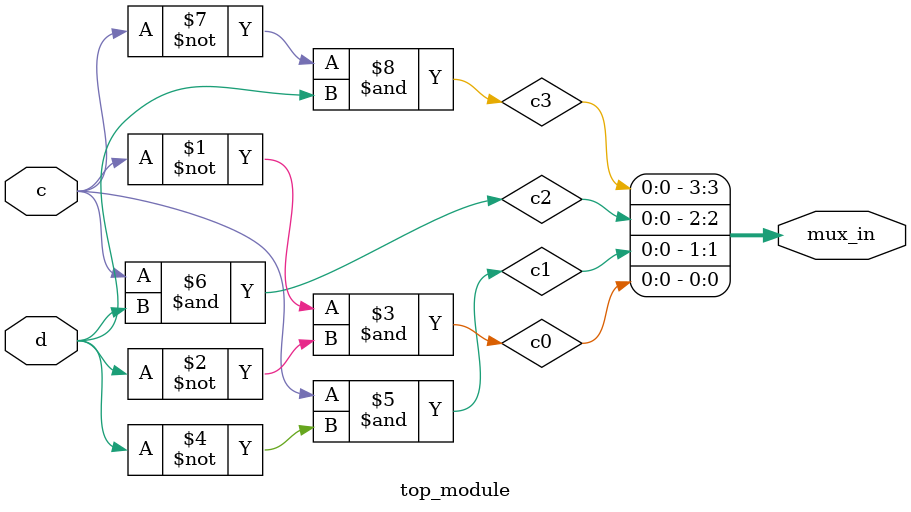
<source format=sv>
module top_module (
   input c,
   input d,
   output [3:0] mux_in
);

wire c0, c1, c2, c3;

and(c0, ~c, ~d);
and(c1, c, ~d);
and(c2, c, d);
and(c3, ~c, d);

assign mux_in[0] = c0;
assign mux_in[1] = c1;
assign mux_in[2] = c2;
assign mux_in[3] = c3;

endmodule

</source>
